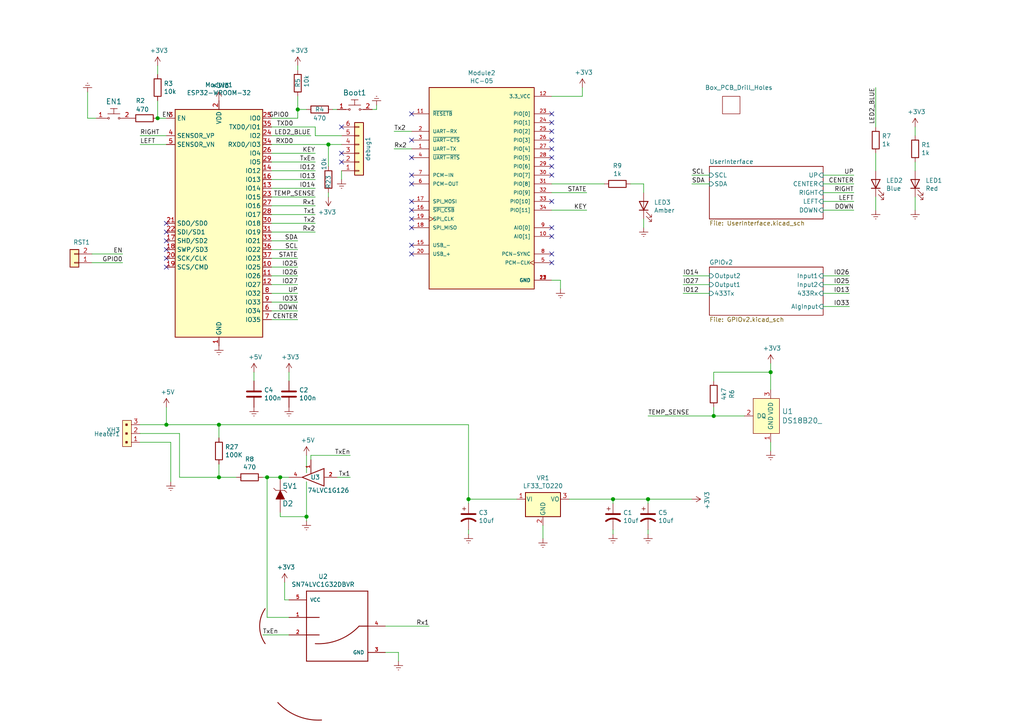
<source format=kicad_sch>
(kicad_sch (version 20210126) (generator eeschema)
  (paper "A4")
  (lib_symbols
    (symbol "74xGxx:74LVC1G126" (pin_names (offset 1.016))
      (property "Reference" "U" (at -2.54 3.81 0))
      (property "Value" "74LVC1G126" (at 0 -3.81 0))
      (symbol "74LVC1G126_0_1"
        (polyline (pts (xy -3.81 2.54) (xy -3.81 -2.54) (xy 2.54 0) (xy -3.81 2.54)) (stroke (width 0.254)))
      )
      (symbol "74LVC1G126_1_1"
        (pin input line (at 0 5.08 270) (length 3.937) (name "~") (number "1"))
        (pin input line (at -7.62 0 0) (length 3.81) (name "~") (number "2"))
        (pin power_in line (at 1.27 -1.27 270) (length 0) hide (name "GND") (number "3"))
        (pin tri_state line (at 6.35 0 180) (length 3.81) (name "~") (number "4"))
        (pin power_in line (at 1.27 1.27 90) (length 0) hide (name "VCC") (number "5"))
      )
    )
    (symbol "Connector_Generic:Conn_01x02" (pin_names (offset 1.016) hide)
      (property "Reference" "J" (at 0 2.54 0))
      (property "Value" "Conn_01x02" (at 0 -5.08 0))
      (symbol "Conn_01x02_1_1"
        (rectangle (start -1.27 -2.413) (end 0 -2.667) (stroke (width 0.1524)))
        (rectangle (start -1.27 0.127) (end 0 -0.127) (stroke (width 0.1524)))
        (rectangle (start -1.27 1.27) (end 1.27 -3.81) (stroke (width 0.254)) (fill (type background)))
        (pin passive line (at -5.08 0 0) (length 3.81) (name "Pin_1") (number "1"))
        (pin passive line (at -5.08 -2.54 0) (length 3.81) (name "Pin_2") (number "2"))
      )
    )
    (symbol "Connector_Generic:Conn_01x06" (pin_names (offset 1.016) hide)
      (property "Reference" "J" (at 0 7.62 0))
      (property "Value" "Conn_01x06" (at 0 -10.16 0))
      (symbol "Conn_01x06_1_1"
        (rectangle (start -1.27 -4.953) (end 0 -5.207) (stroke (width 0.1524)))
        (rectangle (start -1.27 -7.493) (end 0 -7.747) (stroke (width 0.1524)))
        (rectangle (start -1.27 -2.413) (end 0 -2.667) (stroke (width 0.1524)))
        (rectangle (start -1.27 2.667) (end 0 2.413) (stroke (width 0.1524)))
        (rectangle (start -1.27 5.207) (end 0 4.953) (stroke (width 0.1524)))
        (rectangle (start -1.27 6.35) (end 1.27 -8.89) (stroke (width 0.254)) (fill (type background)))
        (rectangle (start -1.27 0.127) (end 0 -0.127) (stroke (width 0.1524)))
        (pin passive line (at -5.08 5.08 0) (length 3.81) (name "Pin_1") (number "1"))
        (pin passive line (at -5.08 2.54 0) (length 3.81) (name "Pin_2") (number "2"))
        (pin passive line (at -5.08 0 0) (length 3.81) (name "Pin_3") (number "3"))
        (pin passive line (at -5.08 -2.54 0) (length 3.81) (name "Pin_4") (number "4"))
        (pin passive line (at -5.08 -5.08 0) (length 3.81) (name "Pin_5") (number "5"))
        (pin passive line (at -5.08 -7.62 0) (length 3.81) (name "Pin_6") (number "6"))
      )
    )
    (symbol "Device:C" (pin_numbers hide) (pin_names (offset 0.254))
      (property "Reference" "C" (at 0.635 2.54 0))
      (property "Value" "C" (at 0.635 -2.54 0))
      (symbol "C_0_1"
        (polyline (pts (xy -2.032 -0.762) (xy 2.032 -0.762)) (stroke (width 0.508)))
        (polyline (pts (xy -2.032 0.762) (xy 2.032 0.762)) (stroke (width 0.508)))
      )
      (symbol "C_1_1"
        (pin passive line (at 0 3.81 270) (length 2.794) (name "~") (number "1"))
        (pin passive line (at 0 -3.81 90) (length 2.794) (name "~") (number "2"))
      )
    )
    (symbol "Device:CP1" (pin_numbers hide) (pin_names (offset 0.254) hide)
      (property "Reference" "C" (at 0.635 2.54 0))
      (property "Value" "CP1" (at 0.635 -2.54 0))
      (symbol "CP1_0_1"
        (arc (start -2.032 -1.27) (end 2.032 -1.27) (radius (at 0 -3.81) (length 3.2512) (angles 128.7 51.3)) (stroke (width 0.508)))
        (polyline (pts (xy -2.032 0.762) (xy 2.032 0.762)) (stroke (width 0.508)))
        (polyline (pts (xy -1.778 2.286) (xy -0.762 2.286)))
        (polyline (pts (xy -1.27 1.778) (xy -1.27 2.794)))
      )
      (symbol "CP1_1_1"
        (pin passive line (at 0 3.81 270) (length 2.794) (name "~") (number "1"))
        (pin passive line (at 0 -3.81 90) (length 3.302) (name "~") (number "2"))
      )
    )
    (symbol "Device:LED" (pin_numbers hide) (pin_names (offset 1.016) hide)
      (property "Reference" "D" (at 0 2.54 0))
      (property "Value" "LED" (at 0 -2.54 0))
      (symbol "LED_0_1"
        (polyline (pts (xy -1.27 -1.27) (xy -1.27 1.27)) (stroke (width 0.254)))
        (polyline (pts (xy -1.27 0) (xy 1.27 0)))
        (polyline (pts (xy 1.27 -1.27) (xy 1.27 1.27) (xy -1.27 0) (xy 1.27 -1.27)) (stroke (width 0.254)))
        (polyline (pts (xy -3.048 -0.762) (xy -4.572 -2.286) (xy -3.81 -2.286) (xy -4.572 -2.286) (xy -4.572 -1.524)))
        (polyline (pts (xy -1.778 -0.762) (xy -3.302 -2.286) (xy -2.54 -2.286) (xy -3.302 -2.286) (xy -3.302 -1.524)))
      )
      (symbol "LED_1_1"
        (pin passive line (at -3.81 0 0) (length 2.54) (name "K") (number "1"))
        (pin passive line (at 3.81 0 180) (length 2.54) (name "A") (number "2"))
      )
    )
    (symbol "Device:R" (pin_numbers hide) (pin_names (offset 0))
      (property "Reference" "R" (at 2.032 0 90))
      (property "Value" "R" (at 0 0 90))
      (symbol "R_0_1"
        (rectangle (start -1.016 -2.54) (end 1.016 2.54) (stroke (width 0.254)))
      )
      (symbol "R_1_1"
        (pin passive line (at 0 3.81 270) (length 1.27) (name "~") (number "1"))
        (pin passive line (at 0 -3.81 90) (length 1.27) (name "~") (number "2"))
      )
    )
    (symbol "RF_Module:ESP32-WROOM-32"
      (property "Reference" "U" (at -12.7 34.29 0))
      (property "Value" "ESP32-WROOM-32" (at 1.27 34.29 0))
      (symbol "ESP32-WROOM-32_0_1"
        (rectangle (start -12.7 33.02) (end 12.7 -33.02) (stroke (width 0.254)) (fill (type background)))
      )
      (symbol "ESP32-WROOM-32_1_1"
        (pin power_in line (at 0 -35.56 90) (length 2.54) (name "GND") (number "1"))
        (pin bidirectional line (at 15.24 -12.7 180) (length 2.54) (name "IO25") (number "10"))
        (pin bidirectional line (at 15.24 -15.24 180) (length 2.54) (name "IO26") (number "11"))
        (pin bidirectional line (at 15.24 -17.78 180) (length 2.54) (name "IO27") (number "12"))
        (pin bidirectional line (at 15.24 10.16 180) (length 2.54) (name "IO14") (number "13"))
        (pin bidirectional line (at 15.24 15.24 180) (length 2.54) (name "IO12") (number "14"))
        (pin passive line (at 0 -35.56 90) (length 2.54) hide (name "GND") (number "15"))
        (pin bidirectional line (at 15.24 12.7 180) (length 2.54) (name "IO13") (number "16"))
        (pin bidirectional line (at -15.24 -5.08 0) (length 2.54) (name "SHD/SD2") (number "17"))
        (pin bidirectional line (at -15.24 -7.62 0) (length 2.54) (name "SWP/SD3") (number "18"))
        (pin bidirectional line (at -15.24 -12.7 0) (length 2.54) (name "SCS/CMD") (number "19"))
        (pin power_in line (at 0 35.56 270) (length 2.54) (name "VDD") (number "2"))
        (pin bidirectional line (at -15.24 -10.16 0) (length 2.54) (name "SCK/CLK") (number "20"))
        (pin bidirectional line (at -15.24 0 0) (length 2.54) (name "SDO/SD0") (number "21"))
        (pin bidirectional line (at -15.24 -2.54 0) (length 2.54) (name "SDI/SD1") (number "22"))
        (pin bidirectional line (at 15.24 7.62 180) (length 2.54) (name "IO15") (number "23"))
        (pin bidirectional line (at 15.24 25.4 180) (length 2.54) (name "IO2") (number "24"))
        (pin bidirectional line (at 15.24 30.48 180) (length 2.54) (name "IO0") (number "25"))
        (pin bidirectional line (at 15.24 20.32 180) (length 2.54) (name "IO4") (number "26"))
        (pin bidirectional line (at 15.24 5.08 180) (length 2.54) (name "IO16") (number "27"))
        (pin bidirectional line (at 15.24 2.54 180) (length 2.54) (name "IO17") (number "28"))
        (pin bidirectional line (at 15.24 17.78 180) (length 2.54) (name "IO5") (number "29"))
        (pin input line (at -15.24 30.48 0) (length 2.54) (name "EN") (number "3"))
        (pin bidirectional line (at 15.24 0 180) (length 2.54) (name "IO18") (number "30"))
        (pin bidirectional line (at 15.24 -2.54 180) (length 2.54) (name "IO19") (number "31"))
        (pin no_connect line (at -12.7 -27.94 0) (length 2.54) hide (name "NC") (number "32"))
        (pin bidirectional line (at 15.24 -5.08 180) (length 2.54) (name "IO21") (number "33"))
        (pin bidirectional line (at 15.24 22.86 180) (length 2.54) (name "RXD0/IO3") (number "34"))
        (pin bidirectional line (at 15.24 27.94 180) (length 2.54) (name "TXD0/IO1") (number "35"))
        (pin bidirectional line (at 15.24 -7.62 180) (length 2.54) (name "IO22") (number "36"))
        (pin bidirectional line (at 15.24 -10.16 180) (length 2.54) (name "IO23") (number "37"))
        (pin passive line (at 0 -35.56 90) (length 2.54) hide (name "GND") (number "38"))
        (pin passive line (at 0 -35.56 90) (length 2.54) hide (name "GND") (number "39"))
        (pin input line (at -15.24 25.4 0) (length 2.54) (name "SENSOR_VP") (number "4"))
        (pin input line (at -15.24 22.86 0) (length 2.54) (name "SENSOR_VN") (number "5"))
        (pin input line (at 15.24 -25.4 180) (length 2.54) (name "IO34") (number "6"))
        (pin input line (at 15.24 -27.94 180) (length 2.54) (name "IO35") (number "7"))
        (pin bidirectional line (at 15.24 -20.32 180) (length 2.54) (name "IO32") (number "8"))
        (pin bidirectional line (at 15.24 -22.86 180) (length 2.54) (name "IO33") (number "9"))
      )
    )
    (symbol "Regulator_Linear:LF33_TO220" (pin_names (offset 0.254))
      (property "Reference" "U" (at -3.81 3.175 0))
      (property "Value" "LF33_TO220" (at 0 3.175 0))
      (symbol "LF33_TO220_0_1"
        (rectangle (start -5.08 1.905) (end 5.08 -5.08) (stroke (width 0.254)) (fill (type background)))
      )
      (symbol "LF33_TO220_1_1"
        (pin power_in line (at -7.62 0 0) (length 2.54) (name "VI") (number "1"))
        (pin power_in line (at 0 -7.62 90) (length 2.54) (name "GND") (number "2"))
        (pin power_out line (at 7.62 0 180) (length 2.54) (name "VO") (number "3"))
      )
    )
    (symbol "afterburner:Box_PCB_Drill_Holes" (pin_names (offset 1.016))
      (property "Reference" "U" (at 0 0 0))
      (property "Value" "Box_PCB_Drill_Holes" (at 0 0 0))
      (symbol "Box_PCB_Drill_Holes_0_1"
        (rectangle (start -2.54 2.54) (end 2.54 -2.54))
      )
    )
    (symbol "dk_Temperature-Sensors-Analog-and-Digital-Output:DS18B20_" (pin_names (offset 1.016))
      (property "Reference" "U" (at -6.35 6.35 0))
      (property "Value" "DS18B20_" (at 2.54 -7.62 0))
      (symbol "DS18B20__0_1"
        (rectangle (start -5.08 5.08) (end 2.54 -5.08) (fill (type background)))
      )
      (symbol "DS18B20__1_1"
        (pin power_in line (at 0 -7.62 90) (length 2.54) (name "GND") (number "1"))
        (pin bidirectional line (at -7.62 0 0) (length 2.54) (name "DQ") (number "2"))
        (pin power_in line (at 0 7.62 270) (length 2.54) (name "VDD") (number "3"))
      )
    )
    (symbol "power:+3.3V" (power) (pin_names (offset 0))
      (property "Value" "+3.3V" (at 0 3.556 0))
      (symbol "+3.3V_0_1"
        (polyline (pts (xy -0.762 1.27) (xy 0 2.54)))
        (polyline (pts (xy 0 0) (xy 0 2.54)))
        (polyline (pts (xy 0 2.54) (xy 0.762 1.27)))
      )
      (symbol "+3.3V_1_1"
        (pin power_in line (at 0 0 90) (length 0) hide (name "+3V3") (number "1"))
      )
    )
    (symbol "power:+5V" (power) (pin_names (offset 0))
      (property "Value" "+5V" (at 0 3.556 0))
      (symbol "+5V_0_1"
        (polyline (pts (xy -0.762 1.27) (xy 0 2.54)))
        (polyline (pts (xy 0 0) (xy 0 2.54)))
        (polyline (pts (xy 0 2.54) (xy 0.762 1.27)))
      )
      (symbol "+5V_1_1"
        (pin power_in line (at 0 0 90) (length 0) hide (name "+5V") (number "1"))
      )
    )
    (symbol "power:Earth" (power) (pin_names (offset 0))
      (symbol "Earth_0_1"
        (polyline (pts (xy -0.635 -1.905) (xy 0.635 -1.905)))
        (polyline (pts (xy -0.127 -2.54) (xy 0.127 -2.54)))
        (polyline (pts (xy 0 -1.27) (xy 0 0)))
        (polyline (pts (xy 1.27 -1.27) (xy -1.27 -1.27)))
      )
      (symbol "Earth_1_1"
        (pin power_in line (at 0 0 270) (length 0) hide (name "Earth") (number "1"))
      )
    )
    (symbol "print-rescue:640456-3-dk_Rectangular-Connectors-Headers-Male-Pins" (pin_names (offset 1.016))
      (property "Reference" "J" (at -2.54 1.27 0))
      (property "Value" "640456-3-dk_Rectangular-Connectors-Headers-Male-Pins" (at 2.54 -3.81 0))
      (symbol "640456-3-dk_Rectangular-Connectors-Headers-Male-Pins_1_1"
        (rectangle (start -1.27 0) (end 6.35 -2.54) (fill (type background)))
        (rectangle (start -0.254 -1.143) (end 0.254 -1.651) (fill (type outline)))
        (rectangle (start 2.286 -1.143) (end 2.794 -1.651) (fill (type outline)))
        (rectangle (start 4.826 -1.143) (end 5.334 -1.651) (fill (type outline)))
        (pin passive line (at 0 2.54 270) (length 2.54) (name "~") (number "1"))
        (pin passive line (at 2.54 2.54 270) (length 2.54) (name "~") (number "2"))
        (pin passive line (at 5.08 2.54 270) (length 2.54) (name "~") (number "3"))
      )
    )
    (symbol "print-rescue:B3U-1000P-dk_Tactile-Switches" (pin_names (offset 1.016))
      (property "Reference" "S" (at 0 4.064 0))
      (property "Value" "B3U-1000P-dk_Tactile-Switches" (at 0 -2.54 0))
      (symbol "B3U-1000P-dk_Tactile-Switches_0_1"
        (circle (center -1.524 0) (radius 0.254))
        (circle (center 1.524 0) (radius 0.254))
        (polyline (pts (xy -2.54 0) (xy -1.778 0)))
        (polyline (pts (xy -1.778 1.27) (xy 1.778 1.27)))
        (polyline (pts (xy -1.016 2.794) (xy 1.016 2.794)))
        (polyline (pts (xy 0 1.27) (xy 0 2.794)))
        (polyline (pts (xy 2.54 0) (xy 1.778 0)))
      )
      (symbol "B3U-1000P-dk_Tactile-Switches_1_1"
        (pin passive line (at -5.08 0 0) (length 2.54) (name "~") (number "1"))
        (pin passive line (at 5.08 0 180) (length 2.54) (name "~") (number "2"))
      )
    )
    (symbol "print-rescue:HC-05-Hc05" (pin_names (offset 1.016))
      (property "Reference" "U" (at -15.24 31.115 0))
      (property "Value" "HC-05-Hc05" (at -15.24 -30.48 0))
      (symbol "HC-05-Hc05_0_0"
        (rectangle (start -15.24 -27.94) (end 15.24 30.48) (stroke (width 0.254)) (fill (type background)))
        (pin output line (at -20.32 12.7 0) (length 5.08) (name "UART-TX") (number "1"))
        (pin bidirectional line (at 20.32 -12.7 180) (length 5.08) (name "AIO[1]") (number "10"))
        (pin input line (at -20.32 22.86 0) (length 5.08) (name "~RESETB") (number "11"))
        (pin power_in line (at 20.32 27.94 180) (length 5.08) (name "3.3_VCC") (number "12"))
        (pin power_in line (at 20.32 -25.4 180) (length 5.08) (name "GND") (number "13"))
        (pin bidirectional line (at -20.32 -15.24 0) (length 5.08) (name "USB_-") (number "15"))
        (pin input line (at -20.32 -5.08 0) (length 5.08) (name "~SPI_CSB") (number "16"))
        (pin input line (at -20.32 -2.54 0) (length 5.08) (name "SPI_MOSI") (number "17"))
        (pin output line (at -20.32 -10.16 0) (length 5.08) (name "SPI_MISO") (number "18"))
        (pin input clock (at -20.32 -7.62 0) (length 5.08) (name "SPI_CLK") (number "19"))
        (pin input line (at -20.32 17.78 0) (length 5.08) (name "UART-RX") (number "2"))
        (pin bidirectional line (at -20.32 -17.78 0) (length 5.08) (name "USB_+") (number "20"))
        (pin power_in line (at 20.32 -25.4 180) (length 5.08) (name "GND") (number "21"))
        (pin power_in line (at 20.32 -25.4 180) (length 5.08) (name "GND") (number "22"))
        (pin bidirectional line (at 20.32 22.86 180) (length 5.08) (name "PIO[0]") (number "23"))
        (pin bidirectional line (at 20.32 20.32 180) (length 5.08) (name "PIO[1]") (number "24"))
        (pin bidirectional line (at 20.32 17.78 180) (length 5.08) (name "PIO[2]") (number "25"))
        (pin bidirectional line (at 20.32 15.24 180) (length 5.08) (name "PIO[3]") (number "26"))
        (pin bidirectional line (at 20.32 12.7 180) (length 5.08) (name "PIO[4]") (number "27"))
        (pin bidirectional line (at 20.32 10.16 180) (length 5.08) (name "PIO[5]") (number "28"))
        (pin bidirectional line (at 20.32 7.62 180) (length 5.08) (name "PIO[6]") (number "29"))
        (pin input line (at -20.32 15.24 0) (length 5.08) (name "~UART-CTS") (number "3"))
        (pin bidirectional line (at 20.32 5.08 180) (length 5.08) (name "PIO[7]") (number "30"))
        (pin bidirectional line (at 20.32 2.54 180) (length 5.08) (name "PIO[8]") (number "31"))
        (pin bidirectional line (at 20.32 0 180) (length 5.08) (name "PIO[9]") (number "32"))
        (pin bidirectional line (at 20.32 -2.54 180) (length 5.08) (name "PIO[10]") (number "33"))
        (pin bidirectional line (at 20.32 -5.08 180) (length 5.08) (name "PIO[11]") (number "34"))
        (pin output line (at -20.32 10.16 0) (length 5.08) (name "~UART-RTS") (number "4"))
        (pin bidirectional clock (at 20.32 -20.32 180) (length 5.08) (name "PCM-CLK") (number "5"))
        (pin output line (at -20.32 2.54 0) (length 5.08) (name "PCM-OUT") (number "6"))
        (pin input line (at -20.32 5.08 0) (length 5.08) (name "PCM-IN") (number "7"))
        (pin bidirectional line (at 20.32 -17.78 180) (length 5.08) (name "PCN-SYNC") (number "8"))
        (pin bidirectional line (at 20.32 -10.16 180) (length 5.08) (name "AIO[0]") (number "9"))
      )
    )
    (symbol "print-rescue:MMSZ5231B-7-F-dk_Diodes-Zener-Single" (pin_numbers hide) (pin_names (offset 0) hide)
      (property "Reference" "Z" (at 0 3.81 0))
      (property "Value" "MMSZ5231B-7-F-dk_Diodes-Zener-Single" (at 0 -3.81 0))
      (symbol "MMSZ5231B-7-F-dk_Diodes-Zener-Single_0_1"
        (polyline (pts (xy 1.27 -1.27) (xy 1.905 -1.905)))
        (polyline (pts (xy 1.27 1.27) (xy 0.635 1.905)))
        (polyline (pts (xy 1.27 1.27) (xy 1.27 -1.27)))
        (polyline (pts (xy -1.27 1.27) (xy -1.27 -1.27) (xy 1.27 0) (xy -1.27 1.27)) (fill (type outline)))
      )
      (symbol "MMSZ5231B-7-F-dk_Diodes-Zener-Single_1_1"
        (pin passive line (at -5.08 0 0) (length 3.81) (name "~") (number "A"))
        (pin passive line (at 5.08 0 180) (length 3.81) (name "~") (number "K"))
      )
    )
    (symbol "print-rescue:SN74LVC1G32DBVR-SN74LVC1G32DBVR" (pin_names (offset 1.016))
      (property "Reference" "U" (at -7.62 11.1506 0))
      (property "Value" "SN74LVC1G32DBVR-SN74LVC1G32DBVR" (at -7.62 -12.7 0))
      (symbol "SN74LVC1G32DBVR-SN74LVC1G32DBVR_0_0"
        (arc (start -19.6088 -5.08) (end -19.6088 5.08) (radius (at -12.3444 0) (length 8.8646) (angles -35 35)) (stroke (width 0.254)))
        (arc (start -3.2512 -27.2288) (end -15.9512 -22.1488) (radius (at -4.1656 -11.0744) (length 16.1798) (angles 43 93)) (stroke (width 0.254)))
        (arc (start -5.08 -5.08) (end 7.62 0) (radius (at -4.1656 11.0744) (length 16.1798) (angles -93 -43)) (stroke (width 0.254)))
        (polyline (pts (xy -7.62 -10.16) (xy -7.62 2.54)) (stroke (width 0.254)))
        (polyline (pts (xy -7.62 -2.54) (xy -3.937 -2.54)) (stroke (width 0.254)))
        (polyline (pts (xy -7.62 2.54) (xy -7.62 10.16)) (stroke (width 0.254)))
        (polyline (pts (xy -7.62 2.54) (xy -3.937 2.54)) (stroke (width 0.254)))
        (polyline (pts (xy -7.62 10.16) (xy 10.16 10.16)) (stroke (width 0.254)))
        (polyline (pts (xy 7.62 0) (xy 10.16 0)) (stroke (width 0.254)))
        (polyline (pts (xy 10.16 -10.16) (xy -7.62 -10.16)) (stroke (width 0.254)))
        (polyline (pts (xy 10.16 0) (xy 10.16 -10.16)) (stroke (width 0.254)))
        (polyline (pts (xy 10.16 10.16) (xy 10.16 0)) (stroke (width 0.254)))
        (pin input line (at -12.7 2.54 0) (length 5.08) (name "~") (number "1"))
        (pin input line (at -12.7 -2.54 0) (length 5.08) (name "~") (number "2"))
        (pin power_in line (at 15.24 -7.62 180) (length 5.08) (name "GND") (number "3"))
        (pin output line (at 15.24 0 180) (length 5.08) (name "~") (number "4"))
        (pin power_in line (at -12.7 7.62 0) (length 5.08) (name "VCC") (number "5"))
      )
    )
  )
  (junction (at 45.72 34.29) (diameter 1.016))
  (junction (at 48.26 123.19) (diameter 1.016))
  (junction (at 63.5 123.19) (diameter 1.016))
  (junction (at 63.5 138.43) (diameter 1.016))
  (junction (at 77.47 138.43) (diameter 1.016))
  (junction (at 81.28 138.43) (diameter 1.016))
  (junction (at 86.36 31.75) (diameter 1.016))
  (junction (at 88.9 149.86) (diameter 1.016))
  (junction (at 95.25 41.91) (diameter 1.016))
  (junction (at 135.89 144.78) (diameter 1.016))
  (junction (at 177.8 144.78) (diameter 1.016))
  (junction (at 187.96 144.78) (diameter 1.016))
  (junction (at 207.01 120.65) (diameter 1.016))
  (junction (at 223.52 107.95) (diameter 1.016))
  (no_connect (at 48.26 64.77))
  (no_connect (at 48.26 67.31))
  (no_connect (at 48.26 69.85))
  (no_connect (at 48.26 72.39))
  (no_connect (at 48.26 74.93))
  (no_connect (at 48.26 77.47))
  (no_connect (at 99.06 36.83))
  (no_connect (at 99.06 44.45))
  (no_connect (at 99.06 46.99))
  (no_connect (at 119.38 33.02))
  (no_connect (at 119.38 40.64))
  (no_connect (at 119.38 45.72))
  (no_connect (at 119.38 50.8))
  (no_connect (at 119.38 53.34))
  (no_connect (at 119.38 58.42))
  (no_connect (at 119.38 60.96))
  (no_connect (at 119.38 63.5))
  (no_connect (at 119.38 66.04))
  (no_connect (at 119.38 71.12))
  (no_connect (at 119.38 73.66))
  (no_connect (at 160.02 33.02))
  (no_connect (at 160.02 35.56))
  (no_connect (at 160.02 38.1))
  (no_connect (at 160.02 40.64))
  (no_connect (at 160.02 43.18))
  (no_connect (at 160.02 45.72))
  (no_connect (at 160.02 48.26))
  (no_connect (at 160.02 50.8))
  (no_connect (at 160.02 58.42))
  (no_connect (at 160.02 66.04))
  (no_connect (at 160.02 68.58))
  (no_connect (at 160.02 73.66))
  (no_connect (at 160.02 76.2))
  (wire (pts (xy 25.4 26.67) (xy 25.4 34.29)))
  (wire (pts (xy 25.4 34.29) (xy 27.94 34.29)))
  (wire (pts (xy 26.67 73.66) (xy 35.56 73.66)))
  (wire (pts (xy 26.67 76.2) (xy 35.56 76.2)))
  (wire (pts (xy 40.64 123.19) (xy 48.26 123.19)))
  (wire (pts (xy 45.72 21.59) (xy 45.72 19.05)))
  (wire (pts (xy 45.72 29.21) (xy 45.72 34.29)))
  (wire (pts (xy 45.72 34.29) (xy 48.26 34.29)))
  (wire (pts (xy 48.26 39.37) (xy 40.64 39.37)))
  (wire (pts (xy 48.26 41.91) (xy 40.64 41.91)))
  (wire (pts (xy 48.26 118.11) (xy 48.26 123.19)))
  (wire (pts (xy 48.26 123.19) (xy 63.5 123.19)))
  (wire (pts (xy 49.53 128.27) (xy 40.64 128.27)))
  (wire (pts (xy 49.53 139.7) (xy 49.53 128.27)))
  (wire (pts (xy 52.07 125.73) (xy 40.64 125.73)))
  (wire (pts (xy 52.07 138.43) (xy 52.07 125.73)))
  (wire (pts (xy 63.5 123.19) (xy 135.89 123.19)))
  (wire (pts (xy 63.5 127) (xy 63.5 123.19)))
  (wire (pts (xy 63.5 134.62) (xy 63.5 138.43)))
  (wire (pts (xy 63.5 138.43) (xy 52.07 138.43)))
  (wire (pts (xy 68.58 138.43) (xy 63.5 138.43)))
  (wire (pts (xy 73.66 107.95) (xy 73.66 110.49)))
  (wire (pts (xy 76.2 138.43) (xy 77.47 138.43)))
  (wire (pts (xy 77.47 138.43) (xy 81.28 138.43)))
  (wire (pts (xy 77.47 179.07) (xy 77.47 138.43)))
  (wire (pts (xy 77.47 179.07) (xy 83.82 179.07)))
  (wire (pts (xy 78.74 34.29) (xy 86.36 34.29)))
  (wire (pts (xy 78.74 36.83) (xy 91.44 36.83)))
  (wire (pts (xy 78.74 44.45) (xy 91.44 44.45)))
  (wire (pts (xy 78.74 46.99) (xy 91.44 46.99)))
  (wire (pts (xy 78.74 57.15) (xy 91.44 57.15)))
  (wire (pts (xy 78.74 59.69) (xy 91.44 59.69)))
  (wire (pts (xy 78.74 74.93) (xy 86.36 74.93)))
  (wire (pts (xy 78.74 77.47) (xy 86.36 77.47)))
  (wire (pts (xy 78.74 80.01) (xy 86.36 80.01)))
  (wire (pts (xy 78.74 82.55) (xy 86.36 82.55)))
  (wire (pts (xy 78.74 85.09) (xy 86.36 85.09)))
  (wire (pts (xy 78.74 87.63) (xy 86.36 87.63)))
  (wire (pts (xy 78.74 90.17) (xy 86.36 90.17)))
  (wire (pts (xy 81.28 138.43) (xy 83.82 138.43)))
  (wire (pts (xy 81.28 148.59) (xy 81.28 149.86)))
  (wire (pts (xy 81.28 149.86) (xy 88.9 149.86)))
  (wire (pts (xy 82.55 168.91) (xy 82.55 173.99)))
  (wire (pts (xy 82.55 173.99) (xy 83.82 173.99)))
  (wire (pts (xy 83.82 107.95) (xy 83.82 110.49)))
  (wire (pts (xy 83.82 184.15) (xy 76.2 184.15)))
  (wire (pts (xy 86.36 19.05) (xy 86.36 20.32)))
  (wire (pts (xy 86.36 31.75) (xy 86.36 27.94)))
  (wire (pts (xy 86.36 34.29) (xy 86.36 31.75)))
  (wire (pts (xy 86.36 69.85) (xy 78.74 69.85)))
  (wire (pts (xy 86.36 72.39) (xy 78.74 72.39)))
  (wire (pts (xy 86.36 92.71) (xy 78.74 92.71)))
  (wire (pts (xy 88.9 31.75) (xy 86.36 31.75)))
  (wire (pts (xy 88.9 132.08) (xy 88.9 137.16)))
  (wire (pts (xy 88.9 139.7) (xy 88.9 149.86)))
  (wire (pts (xy 88.9 149.86) (xy 88.9 151.13)))
  (wire (pts (xy 90.17 39.37) (xy 78.74 39.37)))
  (wire (pts (xy 90.17 132.08) (xy 90.17 133.35)))
  (wire (pts (xy 91.44 39.37) (xy 91.44 36.83)))
  (wire (pts (xy 91.44 49.53) (xy 78.74 49.53)))
  (wire (pts (xy 91.44 52.07) (xy 78.74 52.07)))
  (wire (pts (xy 91.44 54.61) (xy 78.74 54.61)))
  (wire (pts (xy 91.44 62.23) (xy 78.74 62.23)))
  (wire (pts (xy 91.44 64.77) (xy 78.74 64.77)))
  (wire (pts (xy 91.44 67.31) (xy 78.74 67.31)))
  (wire (pts (xy 95.25 41.91) (xy 78.74 41.91)))
  (wire (pts (xy 95.25 48.26) (xy 95.25 41.91)))
  (wire (pts (xy 95.25 57.15) (xy 95.25 55.88)))
  (wire (pts (xy 97.79 31.75) (xy 96.52 31.75)))
  (wire (pts (xy 97.79 138.43) (xy 101.6 138.43)))
  (wire (pts (xy 99.06 39.37) (xy 91.44 39.37)))
  (wire (pts (xy 99.06 41.91) (xy 95.25 41.91)))
  (wire (pts (xy 99.06 52.07) (xy 99.06 49.53)))
  (wire (pts (xy 101.6 132.08) (xy 90.17 132.08)))
  (wire (pts (xy 109.22 30.48) (xy 109.22 31.75)))
  (wire (pts (xy 109.22 31.75) (xy 107.95 31.75)))
  (wire (pts (xy 111.76 181.61) (xy 124.46 181.61)))
  (wire (pts (xy 111.76 189.23) (xy 115.57 189.23)))
  (wire (pts (xy 114.3 38.1) (xy 119.38 38.1)))
  (wire (pts (xy 115.57 189.23) (xy 115.57 191.77)))
  (wire (pts (xy 119.38 43.18) (xy 114.3 43.18)))
  (wire (pts (xy 135.89 144.78) (xy 135.89 123.19)))
  (wire (pts (xy 135.89 144.78) (xy 135.89 146.05)))
  (wire (pts (xy 135.89 144.78) (xy 149.86 144.78)))
  (wire (pts (xy 135.89 153.67) (xy 135.89 154.94)))
  (wire (pts (xy 157.48 152.4) (xy 157.48 156.21)))
  (wire (pts (xy 160.02 53.34) (xy 175.26 53.34)))
  (wire (pts (xy 160.02 60.96) (xy 170.18 60.96)))
  (wire (pts (xy 162.56 81.28) (xy 160.02 81.28)))
  (wire (pts (xy 162.56 83.82) (xy 162.56 81.28)))
  (wire (pts (xy 165.1 144.78) (xy 177.8 144.78)))
  (wire (pts (xy 168.91 25.4) (xy 168.91 27.94)))
  (wire (pts (xy 168.91 27.94) (xy 160.02 27.94)))
  (wire (pts (xy 170.18 55.88) (xy 160.02 55.88)))
  (wire (pts (xy 177.8 146.05) (xy 177.8 144.78)))
  (wire (pts (xy 177.8 153.67) (xy 177.8 154.94)))
  (wire (pts (xy 186.69 53.34) (xy 182.88 53.34)))
  (wire (pts (xy 186.69 55.88) (xy 186.69 53.34)))
  (wire (pts (xy 186.69 63.5) (xy 186.69 66.04)))
  (wire (pts (xy 187.96 120.65) (xy 207.01 120.65)))
  (wire (pts (xy 187.96 144.78) (xy 177.8 144.78)))
  (wire (pts (xy 187.96 146.05) (xy 187.96 144.78)))
  (wire (pts (xy 187.96 153.67) (xy 187.96 154.94)))
  (wire (pts (xy 198.12 82.55) (xy 205.74 82.55)))
  (wire (pts (xy 198.12 85.09) (xy 205.74 85.09)))
  (wire (pts (xy 200.66 144.78) (xy 187.96 144.78)))
  (wire (pts (xy 205.74 50.8) (xy 200.66 50.8)))
  (wire (pts (xy 205.74 53.34) (xy 200.66 53.34)))
  (wire (pts (xy 205.74 80.01) (xy 198.12 80.01)))
  (wire (pts (xy 207.01 107.95) (xy 207.01 110.49)))
  (wire (pts (xy 207.01 118.11) (xy 207.01 120.65)))
  (wire (pts (xy 207.01 120.65) (xy 215.9 120.65)))
  (wire (pts (xy 223.52 105.41) (xy 223.52 107.95)))
  (wire (pts (xy 223.52 107.95) (xy 207.01 107.95)))
  (wire (pts (xy 223.52 107.95) (xy 223.52 113.03)))
  (wire (pts (xy 223.52 128.27) (xy 223.52 130.81)))
  (wire (pts (xy 238.76 50.8) (xy 247.65 50.8)))
  (wire (pts (xy 238.76 53.34) (xy 247.65 53.34)))
  (wire (pts (xy 238.76 55.88) (xy 247.65 55.88)))
  (wire (pts (xy 246.38 80.01) (xy 238.76 80.01)))
  (wire (pts (xy 246.38 82.55) (xy 238.76 82.55)))
  (wire (pts (xy 246.38 85.09) (xy 238.76 85.09)))
  (wire (pts (xy 246.38 88.9) (xy 238.76 88.9)))
  (wire (pts (xy 247.65 58.42) (xy 238.76 58.42)))
  (wire (pts (xy 247.65 60.96) (xy 238.76 60.96)))
  (wire (pts (xy 254 25.4) (xy 254 36.83)))
  (wire (pts (xy 254 49.53) (xy 254 44.45)))
  (wire (pts (xy 254 60.96) (xy 254 57.15)))
  (wire (pts (xy 265.43 39.37) (xy 265.43 36.83)))
  (wire (pts (xy 265.43 49.53) (xy 265.43 46.99)))
  (wire (pts (xy 265.43 60.96) (xy 265.43 57.15)))
  (label "EN" (at 35.56 73.66 180))
  (label "GPIO0" (at 35.56 76.2 180))
  (label "RIGHT" (at 40.64 39.37 0))
  (label "LEFT" (at 40.64 41.91 0))
  (label "EN" (at 46.99 34.29 0))
  (label "TxEn" (at 76.2 184.15 0))
  (label "GPIO0" (at 83.82 34.29 180))
  (label "TXD0" (at 85.09 36.83 180))
  (label "RXD0" (at 85.09 41.91 180))
  (label "SDA" (at 86.36 69.85 180))
  (label "SCL" (at 86.36 72.39 180))
  (label "STATE" (at 86.36 74.93 180))
  (label "IO25" (at 86.36 77.47 180))
  (label "IO26" (at 86.36 80.01 180))
  (label "IO27" (at 86.36 82.55 180))
  (label "UP" (at 86.36 85.09 180))
  (label "IO33" (at 86.36 87.63 180))
  (label "DOWN" (at 86.36 90.17 180))
  (label "CENTER" (at 86.36 92.71 180))
  (label "LED2_BLUE" (at 90.17 39.37 180))
  (label "KEY" (at 91.44 44.45 180))
  (label "TxEn" (at 91.44 46.99 180))
  (label "IO12" (at 91.44 49.53 180))
  (label "IO13" (at 91.44 52.07 180))
  (label "IO14" (at 91.44 54.61 180))
  (label "TEMP_SENSE" (at 91.44 57.15 180))
  (label "Rx1" (at 91.44 59.69 180))
  (label "Tx1" (at 91.44 62.23 180))
  (label "Tx2" (at 91.44 64.77 180))
  (label "Rx2" (at 91.44 67.31 180))
  (label "TxEn" (at 101.6 132.08 180))
  (label "Tx1" (at 101.6 138.43 180))
  (label "Tx2" (at 114.3 38.1 0))
  (label "Rx2" (at 114.3 43.18 0))
  (label "Rx1" (at 124.46 181.61 180))
  (label "STATE" (at 170.18 55.88 180))
  (label "KEY" (at 170.18 60.96 180))
  (label "TEMP_SENSE" (at 187.96 120.65 0))
  (label "IO14" (at 198.12 80.01 0))
  (label "IO27" (at 198.12 82.55 0))
  (label "IO12" (at 198.12 85.09 0))
  (label "SCL" (at 200.66 50.8 0))
  (label "SDA" (at 200.66 53.34 0))
  (label "IO26" (at 246.38 80.01 180))
  (label "IO25" (at 246.38 82.55 180))
  (label "IO13" (at 246.38 85.09 180))
  (label "IO33" (at 246.38 88.9 180))
  (label "UP" (at 247.65 50.8 180))
  (label "CENTER" (at 247.65 53.34 180))
  (label "RIGHT" (at 247.65 55.88 180))
  (label "LEFT" (at 247.65 58.42 180))
  (label "DOWN" (at 247.65 60.96 180))
  (label "LED2_BLUE" (at 254 25.4 270))
  (symbol (lib_id "power:+3.3V") (at 45.72 19.05 0) (unit 1)
    (property "Reference" "#PWR0108" (effects hide))
    (property "Value" "+3.3V" (at 46.101 14.6558 0))
  )
  (symbol (lib_id "power:+5V") (at 48.26 118.11 0) (unit 1)
    (property "Reference" "#PWR0150" (effects hide))
    (property "Value" "+5V" (at 48.641 113.7158 0))
  )
  (symbol (lib_id "power:+3.3V") (at 63.5 29.21 0) (unit 1)
    (property "Reference" "#PWR0116" (effects hide))
    (property "Value" "+3.3V" (at 63.881 24.8158 0))
  )
  (symbol (lib_id "power:+5V") (at 73.66 107.95 0) (unit 1)
    (property "Reference" "#PWR0105" (effects hide))
    (property "Value" "+5V" (at 74.041 103.5558 0))
  )
  (symbol (lib_id "power:+3.3V") (at 82.55 168.91 0) (unit 1)
    (property "Reference" "#PWR0126" (effects hide))
    (property "Value" "+3.3V" (at 82.931 164.5158 0))
  )
  (symbol (lib_id "power:+3.3V") (at 83.82 107.95 0) (unit 1)
    (property "Reference" "#PWR0101" (effects hide))
    (property "Value" "+3.3V" (at 84.201 103.5558 0))
  )
  (symbol (lib_id "power:+3.3V") (at 86.36 19.05 0) (unit 1)
    (property "Reference" "#PWR0109" (effects hide))
    (property "Value" "+3.3V" (at 86.741 14.6558 0))
  )
  (symbol (lib_id "power:+5V") (at 88.9 132.08 0) (unit 1)
    (property "Reference" "#PWR0151" (effects hide))
    (property "Value" "+5V" (at 89.281 127.6858 0))
  )
  (symbol (lib_id "power:+3.3V") (at 95.25 57.15 180) (unit 1)
    (property "Reference" "#PWR0149" (effects hide))
    (property "Value" "+3.3V" (at 94.869 61.5442 0))
  )
  (symbol (lib_id "power:+3.3V") (at 168.91 25.4 0) (unit 1)
    (property "Reference" "#PWR0114" (effects hide))
    (property "Value" "+3.3V" (at 169.291 21.0058 0))
  )
  (symbol (lib_id "power:+3.3V") (at 200.66 144.78 270) (unit 1)
    (property "Reference" "#PWR0106" (effects hide))
    (property "Value" "+3.3V" (at 205.0542 145.161 0))
  )
  (symbol (lib_id "power:+3.3V") (at 223.52 105.41 0) (unit 1)
    (property "Reference" "#PWR0107" (effects hide))
    (property "Value" "+3.3V" (at 223.901 101.0158 0))
  )
  (symbol (lib_id "power:+3.3V") (at 265.43 36.83 0) (unit 1)
    (property "Reference" "#PWR0118" (effects hide))
    (property "Value" "+3.3V" (at 265.811 32.4358 0))
  )
  (symbol (lib_id "power:Earth") (at 25.4 26.67 180) (unit 1)
    (property "Reference" "#PWR0111" (effects hide))
    (property "Value" "Earth" (effects hide))
  )
  (symbol (lib_id "power:Earth") (at 49.53 139.7 0) (unit 1)
    (property "Reference" "#PWR0104" (effects hide))
    (property "Value" "Earth" (effects hide))
  )
  (symbol (lib_id "power:Earth") (at 63.5 100.33 0) (unit 1)
    (property "Reference" "#PWR0115" (effects hide))
    (property "Value" "Earth" (effects hide))
  )
  (symbol (lib_id "power:Earth") (at 73.66 118.11 0) (unit 1)
    (property "Reference" "#PWR0125" (effects hide))
    (property "Value" "Earth" (effects hide))
  )
  (symbol (lib_id "power:Earth") (at 83.82 118.11 0) (unit 1)
    (property "Reference" "#PWR0124" (effects hide))
    (property "Value" "Earth" (effects hide))
  )
  (symbol (lib_id "power:Earth") (at 88.9 151.13 0) (unit 1)
    (property "Reference" "#PWR0147" (effects hide))
    (property "Value" "Earth" (effects hide))
  )
  (symbol (lib_id "power:Earth") (at 99.06 52.07 0) (unit 1)
    (property "Reference" "#PWR0148" (effects hide))
    (property "Value" "Earth" (effects hide))
  )
  (symbol (lib_id "power:Earth") (at 109.22 30.48 180) (unit 1)
    (property "Reference" "#PWR0110" (effects hide))
    (property "Value" "Earth" (effects hide))
  )
  (symbol (lib_id "power:Earth") (at 115.57 191.77 0) (unit 1)
    (property "Reference" "#PWR0127" (effects hide))
    (property "Value" "Earth" (effects hide))
  )
  (symbol (lib_id "power:Earth") (at 135.89 154.94 0) (unit 1)
    (property "Reference" "#PWR0122" (effects hide))
    (property "Value" "Earth" (effects hide))
  )
  (symbol (lib_id "power:Earth") (at 157.48 156.21 0) (unit 1)
    (property "Reference" "#PWR0123" (effects hide))
    (property "Value" "Earth" (effects hide))
  )
  (symbol (lib_id "power:Earth") (at 162.56 83.82 0) (unit 1)
    (property "Reference" "#PWR0102" (effects hide))
    (property "Value" "Earth" (effects hide))
  )
  (symbol (lib_id "power:Earth") (at 177.8 154.94 0) (unit 1)
    (property "Reference" "#PWR0120" (effects hide))
    (property "Value" "Earth" (effects hide))
  )
  (symbol (lib_id "power:Earth") (at 186.69 66.04 0) (unit 1)
    (property "Reference" "#PWR0112" (effects hide))
    (property "Value" "Earth" (effects hide))
  )
  (symbol (lib_id "power:Earth") (at 187.96 154.94 0) (unit 1)
    (property "Reference" "#PWR0121" (effects hide))
    (property "Value" "Earth" (effects hide))
  )
  (symbol (lib_id "power:Earth") (at 223.52 130.81 0) (unit 1)
    (property "Reference" "#PWR0103" (effects hide))
    (property "Value" "Earth" (effects hide))
  )
  (symbol (lib_id "power:Earth") (at 254 60.96 0) (unit 1)
    (property "Reference" "#PWR0113" (effects hide))
    (property "Value" "Earth" (effects hide))
  )
  (symbol (lib_id "power:Earth") (at 265.43 60.96 0) (unit 1)
    (property "Reference" "#PWR0119" (effects hide))
    (property "Value" "Earth" (effects hide))
  )
  (symbol (lib_id "Device:R") (at 41.91 34.29 270) (unit 1)
    (property "Reference" "R2" (at 39.37 29.21 90) (effects (justify left)))
    (property "Value" "470" (at 39.37 31.75 90) (effects (justify left)))
    (property "Footprint" "Resistor_SMD:R_0805_2012Metric_Pad1.20x1.40mm_HandSolder" (effects hide))
  )
  (symbol (lib_id "Device:R") (at 45.72 25.4 0) (unit 1)
    (property "Reference" "R3" (at 47.498 24.2316 0) (effects (justify left)))
    (property "Value" "10k" (at 47.498 26.543 0) (effects (justify left)))
    (property "Footprint" "Resistor_SMD:R_0805_2012Metric_Pad1.20x1.40mm_HandSolder" (effects hide))
  )
  (symbol (lib_id "Device:R") (at 63.5 130.81 0) (unit 1)
    (property "Reference" "R27" (at 65.278 129.6416 0) (effects (justify left)))
    (property "Value" "100K" (at 65.278 131.953 0) (effects (justify left)))
    (property "Footprint" "Resistor_SMD:R_0805_2012Metric_Pad1.20x1.40mm_HandSolder" (effects hide))
  )
  (symbol (lib_id "Device:R") (at 72.39 138.43 270) (unit 1)
    (property "Reference" "R8" (at 72.39 133.1722 90))
    (property "Value" "470" (at 72.39 135.4836 90))
    (property "Footprint" "Resistor_SMD:R_0805_2012Metric_Pad1.20x1.40mm_HandSolder" (effects hide))
  )
  (symbol (lib_id "Device:R") (at 86.36 24.13 0) (unit 1)
    (property "Reference" "R5" (at 86.36 25.4 90) (effects (justify left)))
    (property "Value" "10k" (at 88.9 25.4 90) (effects (justify left)))
    (property "Footprint" "Resistor_SMD:R_0805_2012Metric_Pad1.20x1.40mm_HandSolder" (effects hide))
  )
  (symbol (lib_id "Device:R") (at 92.71 31.75 270) (unit 1)
    (property "Reference" "R4" (at 92.71 31.75 90))
    (property "Value" "470" (at 92.71 34.29 90))
    (property "Footprint" "Resistor_SMD:R_0805_2012Metric_Pad1.20x1.40mm_HandSolder" (effects hide))
  )
  (symbol (lib_id "Device:R") (at 95.25 52.07 180) (unit 1)
    (property "Reference" "R23" (at 95.25 50.8 90) (effects (justify left)))
    (property "Value" "10k" (at 93.98 45.72 90) (effects (justify left)))
    (property "Footprint" "Resistor_SMD:R_0805_2012Metric_Pad1.20x1.40mm_HandSolder" (effects hide))
  )
  (symbol (lib_id "Device:R") (at 179.07 53.34 270) (unit 1)
    (property "Reference" "R9" (at 179.07 48.0822 90))
    (property "Value" "1k" (at 179.07 50.3936 90))
    (property "Footprint" "Resistor_SMD:R_0805_2012Metric_Pad1.20x1.40mm_HandSolder" (effects hide))
  )
  (symbol (lib_id "Device:R") (at 207.01 114.3 180) (unit 1)
    (property "Reference" "R6" (at 212.2678 114.3 90))
    (property "Value" "4k7" (at 209.9564 114.3 90))
    (property "Footprint" "Resistor_SMD:R_0805_2012Metric_Pad1.20x1.40mm_HandSolder" (effects hide))
  )
  (symbol (lib_id "Device:R") (at 254 40.64 0) (unit 1)
    (property "Reference" "R7" (at 255.778 39.4716 0) (effects (justify left)))
    (property "Value" "1k" (at 255.778 41.783 0) (effects (justify left)))
    (property "Footprint" "Resistor_SMD:R_0805_2012Metric_Pad1.20x1.40mm_HandSolder" (effects hide))
  )
  (symbol (lib_id "Device:R") (at 265.43 43.18 0) (unit 1)
    (property "Reference" "R1" (at 267.208 42.0116 0) (effects (justify left)))
    (property "Value" "1k" (at 267.208 44.323 0) (effects (justify left)))
    (property "Footprint" "Resistor_SMD:R_0805_2012Metric_Pad1.20x1.40mm_HandSolder" (effects hide))
  )
  (symbol (lib_id "afterburner:Box_PCB_Drill_Holes") (at 212.09 30.48 0) (unit 1)
    (property "Reference" "U7" (effects hide))
    (property "Value" "Box_PCB_Drill_Holes" (at 204.47 25.4 0) (effects (justify left)))
    (property "Footprint" "afterburner:Box_PCB_Drill_Holes" (effects hide))
  )
  (symbol (lib_id "Device:LED") (at 186.69 59.69 90) (unit 1)
    (property "Reference" "LED3" (at 189.6872 58.6994 90) (effects (justify right)))
    (property "Value" "Amber" (at 189.6872 61.0108 90) (effects (justify right)))
    (property "Footprint" "afterburner:Kingbright_APT3216QBC_RED" (effects hide))
    (property "Datasheet" "https://www.kingbrightusa.com/images/catalog/SPEC/APT3216SYCK.pdf" (effects hide))
    (property "digikey" "https://www.digikey.dk/product-detail/en/kingbright/APT3216SYCK/754-1144-1-ND/1747861" (effects hide))
  )
  (symbol (lib_id "Device:LED") (at 254 53.34 90) (unit 1)
    (property "Reference" "LED2" (at 256.9972 52.3494 90) (effects (justify right)))
    (property "Value" "Blue" (at 256.9972 54.6608 90) (effects (justify right)))
    (property "Footprint" "afterburner:Kingbright_APT3216QBC_RED" (effects hide))
    (property "Datasheet" "https://www.kingbrightusa.com/images/catalog/SPEC/APT3216QBC-D.pdf" (effects hide))
    (property "digikey" "https://www.digikey.dk/product-detail/en/kingbright/APT3216QBC-D/754-1439-1-ND/2163797" (effects hide))
  )
  (symbol (lib_id "Device:LED") (at 265.43 53.34 90) (unit 1)
    (property "Reference" "LED1" (at 268.4272 52.3494 90) (effects (justify right)))
    (property "Value" "Red" (at 268.4272 54.6608 90) (effects (justify right)))
    (property "Footprint" "afterburner:Kingbright_APT3216QBC_RED" (effects hide))
    (property "Datasheet" "https://www.kingbrightusa.com/images/catalog/SPEC/APT3216SURCK.pdf" (effects hide))
    (property "digikey" "https://www.digikey.dk/product-detail/en/kingbright/APT3216SURCK/754-1143-1-ND/1747860" (effects hide))
  )
  (symbol (lib_id "print-rescue:B3U-1000P-dk_Tactile-Switches") (at 33.02 34.29 0) (unit 1)
    (property "Reference" "EN1" (at 33.02 29.4386 0) (effects (font (size 1.524 1.524))))
    (property "Value" "Tactile_sw_sil" (effects hide))
    (property "Footprint" "digikey-footprints:Switch_Tactile_SMD_B3U-1000P" (effects hide))
    (property "Datasheet" "https://omronfs.omron.com/en_US/ecb/products/pdf/en-b3u.pdf" (effects hide))
    (property "Digi-Key_PN" "SW1020CT-ND" (effects hide))
    (property "MPN" "B3U-1000P" (effects hide))
    (property "Category" "Switches" (effects hide))
    (property "Family" "Tactile Switches" (effects hide))
    (property "DK_Datasheet_Link" "https://omronfs.omron.com/en_US/ecb/products/pdf/en-b3u.pdf" (effects hide))
    (property "DK_Detail_Page" "/product-detail/en/omron-electronics-inc-emc-div/B3U-1000P/SW1020CT-ND/1534357" (effects hide))
    (property "Description" "SWITCH TACTILE SPST-NO 0.05A 12V" (effects hide))
    (property "Manufacturer" "Omron Electronics Inc-EMC Div" (effects hide))
    (property "Status" "Active" (effects hide))
  )
  (symbol (lib_id "print-rescue:B3U-1000P-dk_Tactile-Switches") (at 102.87 31.75 0) (unit 1)
    (property "Reference" "Boot1" (at 102.87 26.8986 0) (effects (font (size 1.524 1.524))))
    (property "Value" "Tactile_sw_sil" (effects hide))
    (property "Footprint" "digikey-footprints:Switch_Tactile_SMD_B3U-1000P" (effects hide))
    (property "Datasheet" "https://omronfs.omron.com/en_US/ecb/products/pdf/en-b3u.pdf" (effects hide))
    (property "Digi-Key_PN" "SW1020CT-ND" (effects hide))
    (property "MPN" "B3U-1000P" (effects hide))
    (property "Category" "Switches" (effects hide))
    (property "Family" "Tactile Switches" (effects hide))
    (property "DK_Datasheet_Link" "https://omronfs.omron.com/en_US/ecb/products/pdf/en-b3u.pdf" (effects hide))
    (property "DK_Detail_Page" "/product-detail/en/omron-electronics-inc-emc-div/B3U-1000P/SW1020CT-ND/1534357" (effects hide))
    (property "Description" "SWITCH TACTILE SPST-NO 0.05A 12V" (effects hide))
    (property "Manufacturer" "Omron Electronics Inc-EMC Div" (effects hide))
    (property "Status" "Active" (effects hide))
  )
  (symbol (lib_id "Connector_Generic:Conn_01x02") (at 21.59 76.2 180) (unit 1)
    (property "Reference" "RST1" (at 23.6728 70.2818 0))
    (property "Value" "Conn_01x02" (effects hide))
    (property "Footprint" "Connector_PinHeader_2.00mm:PinHeader_1x02_P2.00mm_Vertical" (effects hide))
  )
  (symbol (lib_id "Device:C") (at 73.66 114.3 0) (unit 1)
    (property "Reference" "C4" (at 76.581 113.1316 0) (effects (justify left)))
    (property "Value" "100n" (at 76.581 115.443 0) (effects (justify left)))
    (property "Footprint" "Capacitor_SMD:C_0805_2012Metric_Pad1.18x1.45mm_HandSolder" (effects hide))
  )
  (symbol (lib_id "Device:C") (at 83.82 114.3 0) (unit 1)
    (property "Reference" "C2" (at 86.741 113.1316 0) (effects (justify left)))
    (property "Value" "100n" (at 86.741 115.443 0) (effects (justify left)))
    (property "Footprint" "Capacitor_SMD:C_0805_2012Metric_Pad1.18x1.45mm_HandSolder" (effects hide))
  )
  (symbol (lib_id "Device:CP1") (at 135.89 149.86 0) (unit 1)
    (property "Reference" "C3" (at 138.811 148.6916 0) (effects (justify left)))
    (property "Value" "10uf " (at 138.811 151.003 0) (effects (justify left)))
    (property "Footprint" "Capacitor_SMD:C_0805_2012Metric_Pad1.18x1.45mm_HandSolder" (effects hide))
  )
  (symbol (lib_id "Device:CP1") (at 177.8 149.86 0) (unit 1)
    (property "Reference" "C1" (at 180.721 148.6916 0) (effects (justify left)))
    (property "Value" "10uf" (at 180.721 151.003 0) (effects (justify left)))
    (property "Footprint" "Capacitor_SMD:C_0805_2012Metric_Pad1.18x1.45mm_HandSolder" (effects hide))
  )
  (symbol (lib_id "Device:CP1") (at 187.96 149.86 0) (unit 1)
    (property "Reference" "C5" (at 190.881 148.6916 0) (effects (justify left)))
    (property "Value" "10uf" (at 190.881 151.003 0) (effects (justify left)))
    (property "Footprint" "Capacitor_SMD:C_0805_2012Metric_Pad1.18x1.45mm_HandSolder" (effects hide))
  )
  (symbol (lib_id "print-rescue:MMSZ5231B-7-F-dk_Diodes-Zener-Single") (at 81.28 143.51 270) (mirror x) (unit 1)
    (property "Reference" "D2" (at 85.09 146.05 90) (effects (font (size 1.524 1.524)) (justify right)))
    (property "Value" "5V1" (at 86.36 140.97 90) (effects (font (size 1.524 1.524)) (justify right)))
    (property "Footprint" "digikey-footprints:SOD-123" (effects hide))
    (property "Datasheet" "https://www.diodes.com/assets/Datasheets/ds18010.pdf" (effects hide))
    (property "Digi-Key_PN" "MMSZ5231B-FDICT-ND" (effects hide))
    (property "MPN" "MMSZ5231B-7-F" (effects hide))
    (property "Category" "Discrete Semiconductor Products" (effects hide))
    (property "Family" "Diodes - Zener - Single" (effects hide))
    (property "DK_Datasheet_Link" "https://www.diodes.com/assets/Datasheets/ds18010.pdf" (effects hide))
    (property "DK_Detail_Page" "/product-detail/en/diodes-incorporated/MMSZ5231B-7-F/MMSZ5231B-FDICT-ND/755506" (effects hide))
    (property "Description" "DIODE ZENER 5.1V 500MW SOD123" (effects hide))
    (property "Manufacturer" "Diodes Incorporated" (effects hide))
    (property "Status" "Active" (effects hide))
  )
  (symbol (lib_id "print-rescue:640456-3-dk_Rectangular-Connectors-Headers-Male-Pins") (at 38.1 128.27 270) (mirror x) (unit 1)
    (property "Reference" "Heater1" (at 34.8488 125.857 90) (effects (justify right)))
    (property "Value" "XH3" (at 34.8488 124.714 90) (effects (justify right)))
    (property "Footprint" "Connector_PinHeader_2.00mm:PinHeader_1x03_P2.00mm_Vertical" (effects hide))
    (property "Digi-Key_PN" "A19470-ND" (effects hide))
    (property "MPN" "640456-3" (effects hide))
    (property "Category" "Connectors, Interconnects" (effects hide))
    (property "Family" "Rectangular Connectors - Headers, Male Pins" (effects hide))
    (property "DK_Datasheet_Link" "https://www.te.com/commerce/DocumentDelivery/DDEController?Action=srchrtrv&DocNm=640456&DocType=Customer+Drawing&DocLang=English" (effects hide))
    (property "DK_Detail_Page" "/product-detail/en/te-connectivity-amp-connectors/640456-3/A19470-ND/259010" (effects hide))
    (property "Description" "CONN HEADER VERT 3POS 2.54MM" (effects hide))
    (property "Manufacturer" "TE Connectivity AMP Connectors" (effects hide))
    (property "Status" "Active" (effects hide))
  )
  (symbol (lib_id "Connector_Generic:Conn_01x06") (at 104.14 44.45 0) (mirror x) (unit 1)
    (property "Reference" "debug1" (at 106.68 43.18 90))
    (property "Value" "Conn_01x06" (effects hide))
    (property "Footprint" "Connector_PinHeader_2.00mm:PinHeader_1x06_P2.00mm_Vertical" (effects hide))
  )
  (symbol (lib_id "74xGxx:74LVC1G126") (at 90.17 138.43 0) (mirror y) (unit 1)
    (property "Reference" "U3" (at 91.44 138.43 0))
    (property "Value" "74LVC1G126" (at 95.25 142.24 0))
    (property "Footprint" "Package_TO_SOT_SMD:SOT-23-5_HandSoldering" (effects hide))
    (property "Datasheet" "http://www.ti.com/lit/sg/scyt129e/scyt129e.pdf" (effects hide))
  )
  (symbol (lib_id "Regulator_Linear:LF33_TO220") (at 157.48 144.78 0) (unit 1)
    (property "Reference" "VR1" (at 157.48 138.6332 0))
    (property "Value" "LF33_TO220" (at 157.48 140.9446 0))
    (property "Footprint" "Package_TO_SOT_THT:TO-220-3_Horizontal_TabDown" (effects hide))
    (property "Datasheet" "http://www.st.com/content/ccc/resource/technical/document/datasheet/c4/0e/7e/2a/be/bc/4c/bd/CD00000546.pdf/files/CD00000546.pdf/jcr:content/translations/en.CD00000546.pdf" (effects hide))
    (property "digikey" "https://www.digikey.dk/product-detail/en/stmicroelectronics/LF33ABV/497-7312-5-ND/1038543" (effects hide))
  )
  (symbol (lib_id "dk_Temperature-Sensors-Analog-and-Digital-Output:DS18B20_") (at 223.52 120.65 0) (unit 1)
    (property "Reference" "U1" (at 226.7712 119.3038 0) (effects (font (size 1.524 1.524)) (justify left)))
    (property "Value" "DS18B20_" (at 226.7712 121.9962 0) (effects (font (size 1.524 1.524)) (justify left)))
    (property "Footprint" "Connector_PinHeader_2.00mm:PinHeader_1x03_P2.00mm_Vertical" (effects hide))
    (property "Datasheet" "https://datasheets.maximintegrated.com/en/ds/DS18B20.pdf" (effects hide))
    (property "Digi-Key_PN" "DS18B20+-ND" (effects hide))
    (property "MPN" "DS18B20+" (effects hide))
    (property "Category" "Sensors, Transducers" (effects hide))
    (property "Family" "Temperature Sensors - Analog and Digital Output" (effects hide))
    (property "DK_Datasheet_Link" "https://datasheets.maximintegrated.com/en/ds/DS18B20.pdf" (effects hide))
    (property "DK_Detail_Page" "/product-detail/en/maxim-integrated/DS18B20-/DS18B20--ND/956983" (effects hide))
    (property "Description" "SENSOR DIGITAL -55C-125C TO92-3" (effects hide))
    (property "Manufacturer" "Maxim Integrated" (effects hide))
    (property "Status" "Active" (effects hide))
  )
  (symbol (lib_id "print-rescue:SN74LVC1G32DBVR-SN74LVC1G32DBVR") (at 96.52 181.61 0) (unit 1)
    (property "Reference" "U2" (at 93.7006 167.2082 0))
    (property "Value" "SN74LVC1G32DBVR" (at 93.7006 169.5196 0))
    (property "Footprint" "Package_TO_SOT_SMD:SOT-23-5_HandSoldering" (effects hide))
    (property "MAXIMUM_PACKAGE_HEIGHT" "1.45mm" (effects hide))
    (property "MANUFACTURER" "Texas Instruments" (effects hide))
    (property "PARTREV" "V" (effects hide))
    (property "STANDARD" "IPC-7351B" (effects hide))
  )
  (symbol (lib_id "RF_Module:ESP32-WROOM-32") (at 63.5 64.77 0) (unit 1)
    (property "Reference" "Module1" (at 63.5 24.6126 0))
    (property "Value" "ESP32-WROOM-32" (at 63.5 26.924 0))
    (property "Footprint" "RF_Module:ESP32-WROOM-32" (effects hide))
    (property "Datasheet" "https://www.espressif.com/sites/default/files/documentation/esp32-wroom-32_datasheet_en.pdf" (effects hide))
  )
  (symbol (lib_id "print-rescue:HC-05-Hc05") (at 139.7 55.88 0) (unit 1)
    (property "Reference" "Module2" (at 139.7 21.1582 0))
    (property "Value" "HC-05" (at 139.7 23.4696 0))
    (property "Footprint" "HC-05:XCVR_HC-05" (effects hide))
    (property "STANDARD" "Manufacturer Recommendations" (effects hide))
    (property "PARTREV" "v1.0" (effects hide))
    (property "MF" "HuiCheng" (effects hide))
  )
  (sheet (at 205.74 77.47) (size 33.02 13.97)
    (property "Sheet name" "GPIOv2" (at 205.74 76.8345 0) (effects (justify left bottom)))
    (property "Sheet file" "GPIOv2.kicad_sch" (at 205.74 91.9485 0) (effects (justify left top)))
    (pin "Output2" input (at 205.74 80.01 180))
    (pin "Output1" input (at 205.74 82.55 180))
    (pin "433Tx" input (at 205.74 85.09 180))
    (pin "Input1" input (at 238.76 80.01 0))
    (pin "Input2" input (at 238.76 82.55 0))
    (pin "433Rx" input (at 238.76 85.09 0))
    (pin "AlgInput" input (at 238.76 88.9 0))
  )
  (sheet (at 205.74 48.26) (size 33.02 15.24)
    (property "Sheet name" "UserInterface" (at 205.74 47.6245 0) (effects (justify left bottom)))
    (property "Sheet file" "UserInterface.kicad_sch" (at 205.74 64.0085 0) (effects (justify left top)))
    (pin "SCL" input (at 205.74 50.8 180))
    (pin "SDA" input (at 205.74 53.34 180))
    (pin "UP" input (at 238.76 50.8 0))
    (pin "CENTER" input (at 238.76 53.34 0))
    (pin "RIGHT" input (at 238.76 55.88 0))
    (pin "LEFT" input (at 238.76 58.42 0))
    (pin "DOWN" input (at 238.76 60.96 0))
  )
)
</source>
